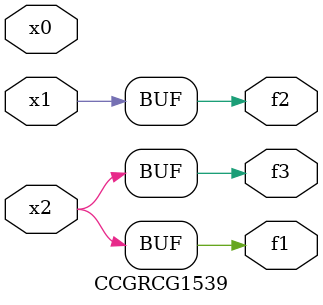
<source format=v>
module CCGRCG1539(
	input x0, x1, x2,
	output f1, f2, f3
);
	assign f1 = x2;
	assign f2 = x1;
	assign f3 = x2;
endmodule

</source>
